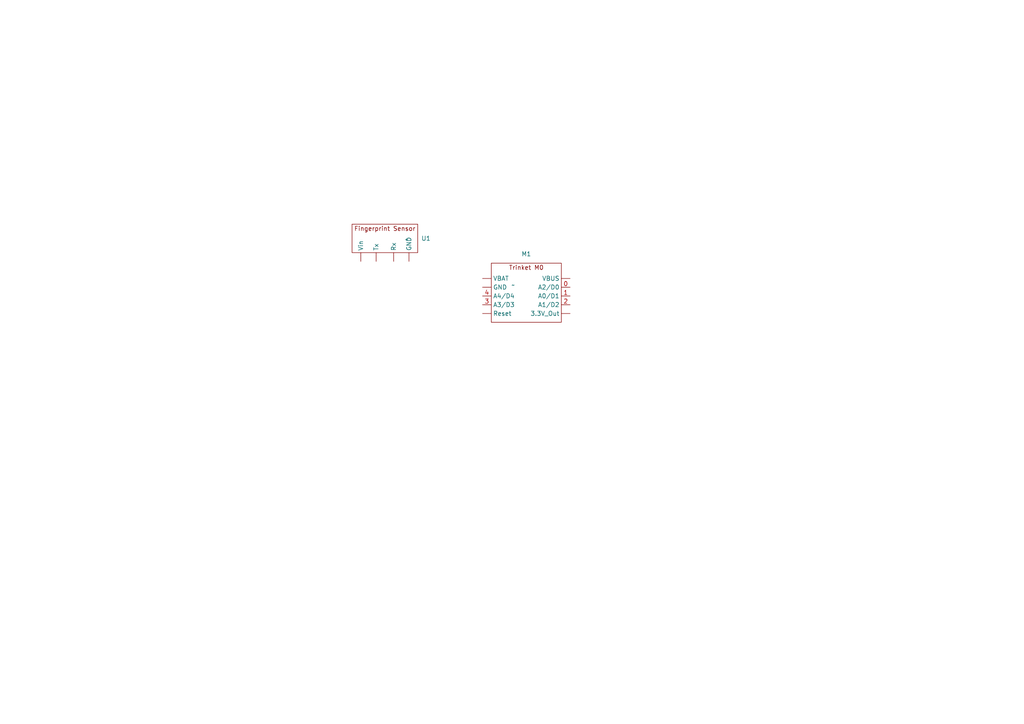
<source format=kicad_sch>
(kicad_sch (version 20230121) (generator eeschema)
  (paper "A4")
  (lib_symbols
    (symbol "Adafruit:Biometric_Sensor"
      (property "Reference" "U" (at -5.715 5.715 0))
      (symbol "Biometric_Sensor_0_1"
        (rectangle (start -15.875 4.445) (end 3.175 -3.81))
      )
      (symbol "Biometric_Sensor_1_1"
        (text "Fingerprint Sensor" (at -6.35 3.175 0) (effects (font (size 1.27 1.27))))
        (pin bidirectional line (at 0.635 -6.35 90) (length 2.54) (name "GND") (number ""))
        (pin bidirectional line (at -3.81 -6.35 90) (length 2.54) (name "Rx") (number ""))
        (pin bidirectional line (at -8.89 -6.35 90) (length 2.54) (name "Tx") (number ""))
        (pin power_in line (at -13.335 -6.35 90) (length 2.54) (name "Vin") (number ""))
      )
    )
    (symbol "Adafruit:Trinket_M0"
      (property "Reference" "M" (at 3.81 8.255 0))
      (symbol "Trinket_M0_0_1"
        (rectangle (start -6.35 6.35) (end 13.97 -10.795))
      )
      (symbol "Trinket_M0_1_1"
        (text "Trinket M0" (at 3.81 5.08 0) (effects (font (size 1.27 1.27))))
        (pin power_out line (at 16.51 -8.255 180) (length 2.54) (name "3.3V_Out") (number ""))
        (pin input line (at -8.89 -0.635 0) (length 2.54) (name "GND") (number ""))
        (pin input line (at -8.89 -8.255 0) (length 2.54) (name "Reset") (number ""))
        (pin power_in line (at -8.89 1.905 0) (length 2.54) (name "VBAT") (number ""))
        (pin power_in line (at 16.51 1.905 180) (length 2.54) (name "VBUS") (number ""))
        (pin input line (at 16.51 -0.635 180) (length 2.54) (name "A2/D0") (number "0"))
        (pin input line (at 16.51 -3.175 180) (length 2.54) (name "A0/D1") (number "1"))
        (pin input line (at 16.51 -5.715 180) (length 2.54) (name "A1/D2") (number "2"))
        (pin input line (at -8.89 -5.715 0) (length 2.54) (name "A3/D3") (number "3"))
        (pin input line (at -8.89 -3.175 0) (length 2.54) (name "A4/D4") (number "4"))
      )
    )
  )
  (symbol (lib_id "Adafruit:Trinket_M0") (at 148.844 82.677 0) (unit 1)
    (property "Reference" "M1" (at 152.654 73.66 0))
    (property "Value" "~" (at 148.844 82.677 0))
  )
  (symbol (lib_id "Adafruit:Biometric_Sensor") (at 117.983 69.469 0) (unit 1)
    (property "Reference" "U1" (at 122.174 69.1515 0) (effects (justify left)))
    (property "Value" "~" (at 117.983 69.469 0))
  )
)
</source>
